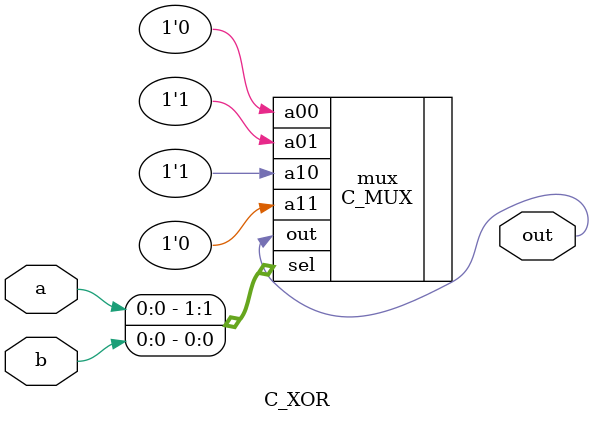
<source format=v>
module C_XOR(a, b, out);

    input wire[0:0] a, b;
    output wire[0:0] out;

    C_MUX mux(.a00(1'b0), .a01(1'b1), .a10(1'b1), .a11(1'b0), .sel({a, b}), .out(out));

endmodule

</source>
